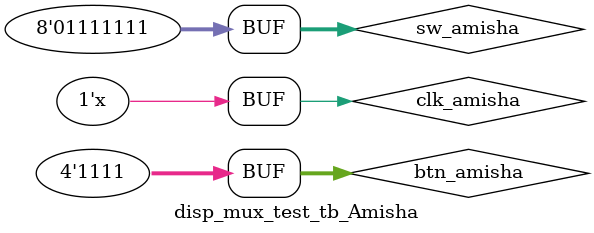
<source format=v>
`timescale 1ns / 1ps


module disp_mux_test_tb_Amisha;
	// Inputs
	reg clk_amisha;
	reg [3:0] btn_amisha;
	reg [7:0] sw_amisha;
	// Outputs
	wire [3:0] an_amisha;
	wire [7:0] sseg_amisha;
	// Instantiate the Unit Under Test (UUT)
	disp_mux_test__Amisha uut (
		.clk_amisha(clk_amisha), 
		.btn_amisha(btn_amisha), 
		.sw_amisha(sw_amisha), 
		.an_amisha(an_amisha), 
		.sseg_amisha(sseg_amisha)
	);
	initial begin
		clk_amisha = 0;
		btn_amisha = 0;
		sw_amisha = 0;
		#200;
		btn_amisha = 10;
		sw_amisha = 25;
		#200;
		btn_amisha = 2;
		sw_amisha = 63;
		#200;
		btn_amisha = 8;
		sw_amisha = 2;
		#200;
		btn_amisha = 15;
		sw_amisha = 127;
		#200;
	end
always #100 clk_amisha = ~clk_amisha;      
endmodule


</source>
